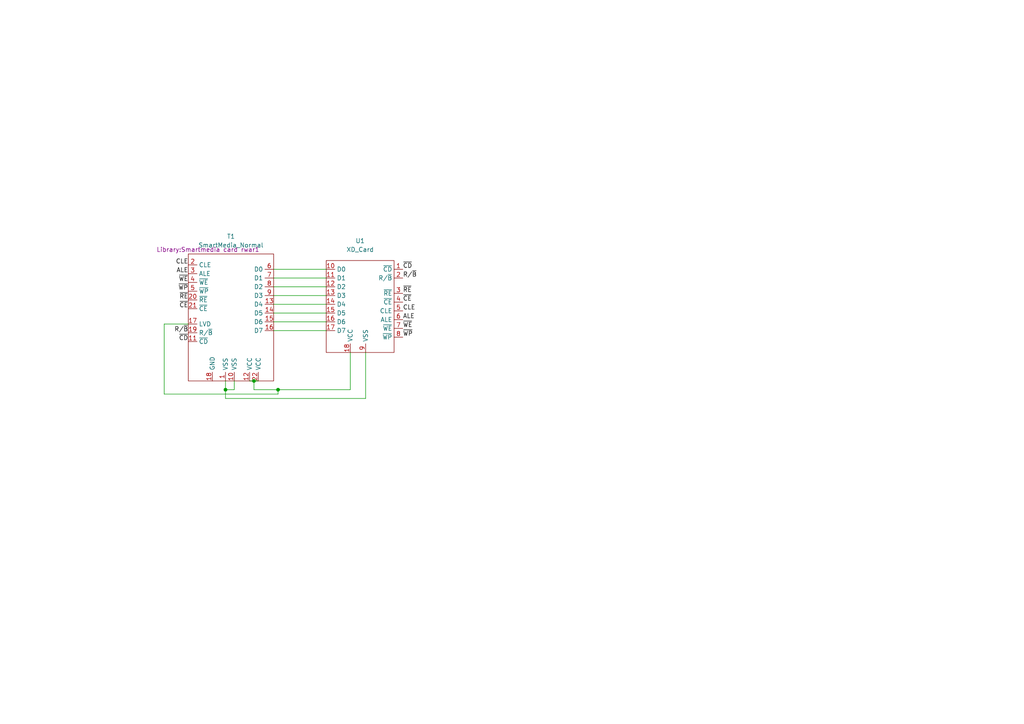
<source format=kicad_sch>
(kicad_sch (version 20211123) (generator eeschema)

  (uuid a8050d41-c678-4465-9a73-b56e8dcee36e)

  (paper "A4")

  (lib_symbols
    (symbol "New_Library:SmartMedia_Normal" (in_bom yes) (on_board yes)
      (property "Reference" "T" (id 0) (at 0 0 0)
        (effects (font (size 1.27 1.27)))
      )
      (property "Value" "SmartMedia_Normal" (id 1) (at 0 0 0)
        (effects (font (size 1.27 1.27)))
      )
      (property "Footprint" "" (id 2) (at 0 0 0)
        (effects (font (size 1.27 1.27)) hide)
      )
      (property "Datasheet" "" (id 3) (at 0 0 0)
        (effects (font (size 1.27 1.27)) hide)
      )
      (symbol "SmartMedia_Normal_0_1"
        (rectangle (start -5.715 -1.27) (end 19.05 -38.1)
          (stroke (width 0) (type default) (color 0 0 0 0))
          (fill (type none))
        )
      )
      (symbol "SmartMedia_Normal_1_1"
        (pin passive line (at 5.08 -38.1 90) (length 2.54)
          (name "VSS" (effects (font (size 1.27 1.27))))
          (number "1" (effects (font (size 1.27 1.27))))
        )
        (pin passive line (at 7.62 -38.1 90) (length 2.54)
          (name "VSS" (effects (font (size 1.27 1.27))))
          (number "10" (effects (font (size 1.27 1.27))))
        )
        (pin output line (at -5.715 -26.67 0) (length 2.54)
          (name "~{CD}" (effects (font (size 1.27 1.27))))
          (number "11" (effects (font (size 1.27 1.27))))
        )
        (pin power_in line (at 12.065 -38.1 90) (length 2.54)
          (name "VCC" (effects (font (size 1.27 1.27))))
          (number "12" (effects (font (size 1.27 1.27))))
        )
        (pin bidirectional line (at 19.05 -15.875 180) (length 2.54)
          (name "D4" (effects (font (size 1.27 1.27))))
          (number "13" (effects (font (size 1.27 1.27))))
        )
        (pin bidirectional line (at 19.05 -18.415 180) (length 2.54)
          (name "D5" (effects (font (size 1.27 1.27))))
          (number "14" (effects (font (size 1.27 1.27))))
        )
        (pin bidirectional line (at 19.05 -20.955 180) (length 2.54)
          (name "D6" (effects (font (size 1.27 1.27))))
          (number "15" (effects (font (size 1.27 1.27))))
        )
        (pin bidirectional line (at 19.05 -23.495 180) (length 2.54)
          (name "D7" (effects (font (size 1.27 1.27))))
          (number "16" (effects (font (size 1.27 1.27))))
        )
        (pin output line (at -5.715 -21.59 0) (length 2.54)
          (name "LVD" (effects (font (size 1.27 1.27))))
          (number "17" (effects (font (size 1.27 1.27))))
        )
        (pin power_in line (at 1.27 -38.1 90) (length 2.54)
          (name "GND" (effects (font (size 1.27 1.27))))
          (number "18" (effects (font (size 1.27 1.27))))
        )
        (pin output line (at -5.715 -24.13 0) (length 2.54)
          (name "R/~{B}" (effects (font (size 1.27 1.27))))
          (number "19" (effects (font (size 1.27 1.27))))
        )
        (pin input line (at -5.715 -4.445 0) (length 2.54)
          (name "CLE" (effects (font (size 1.27 1.27))))
          (number "2" (effects (font (size 1.27 1.27))))
        )
        (pin input line (at -5.715 -14.605 0) (length 2.54)
          (name "~{RE}" (effects (font (size 1.27 1.27))))
          (number "20" (effects (font (size 1.27 1.27))))
        )
        (pin input line (at -5.715 -17.145 0) (length 2.54)
          (name "~{CE}" (effects (font (size 1.27 1.27))))
          (number "21" (effects (font (size 1.27 1.27))))
        )
        (pin power_in line (at 14.605 -38.1 90) (length 2.54)
          (name "VCC" (effects (font (size 1.27 1.27))))
          (number "22" (effects (font (size 1.27 1.27))))
        )
        (pin input line (at -5.715 -6.985 0) (length 2.54)
          (name "ALE" (effects (font (size 1.27 1.27))))
          (number "3" (effects (font (size 1.27 1.27))))
        )
        (pin input line (at -5.715 -9.525 0) (length 2.54)
          (name "~{WE}" (effects (font (size 1.27 1.27))))
          (number "4" (effects (font (size 1.27 1.27))))
        )
        (pin input line (at -5.715 -12.065 0) (length 2.54)
          (name "~{WP}" (effects (font (size 1.27 1.27))))
          (number "5" (effects (font (size 1.27 1.27))))
        )
        (pin bidirectional line (at 19.05 -5.715 180) (length 2.54)
          (name "D0" (effects (font (size 1.27 1.27))))
          (number "6" (effects (font (size 1.27 1.27))))
        )
        (pin bidirectional line (at 19.05 -8.255 180) (length 2.54)
          (name "D1" (effects (font (size 1.27 1.27))))
          (number "7" (effects (font (size 1.27 1.27))))
        )
        (pin bidirectional line (at 19.05 -10.795 180) (length 2.54)
          (name "D2" (effects (font (size 1.27 1.27))))
          (number "8" (effects (font (size 1.27 1.27))))
        )
        (pin bidirectional line (at 19.05 -13.335 180) (length 2.54)
          (name "D3" (effects (font (size 1.27 1.27))))
          (number "9" (effects (font (size 1.27 1.27))))
        )
      )
    )
    (symbol "New_Library:XD_Card" (in_bom yes) (on_board yes)
      (property "Reference" "U" (id 0) (at 0 3.175 0)
        (effects (font (size 1.27 1.27)))
      )
      (property "Value" "XD_Card" (id 1) (at 0 0.635 0)
        (effects (font (size 1.27 1.27)))
      )
      (property "Footprint" "" (id 2) (at 0 0 0)
        (effects (font (size 1.27 1.27)) hide)
      )
      (property "Datasheet" "" (id 3) (at 0 0 0)
        (effects (font (size 1.27 1.27)) hide)
      )
      (symbol "XD_Card_0_1"
        (rectangle (start -10.16 -1.27) (end 9.525 -27.94)
          (stroke (width 0) (type default) (color 0 0 0 0))
          (fill (type none))
        )
      )
      (symbol "XD_Card_1_1"
        (pin output line (at -12.7 -3.81 0) (length 2.54)
          (name "~{CD}" (effects (font (size 1.27 1.27))))
          (number "1" (effects (font (size 1.27 1.27))))
        )
        (pin bidirectional line (at 9.525 -3.81 180) (length 2.54)
          (name "D0" (effects (font (size 1.27 1.27))))
          (number "10" (effects (font (size 1.27 1.27))))
        )
        (pin bidirectional line (at 9.525 -6.35 180) (length 2.54)
          (name "D1" (effects (font (size 1.27 1.27))))
          (number "11" (effects (font (size 1.27 1.27))))
        )
        (pin bidirectional line (at 9.525 -8.89 180) (length 2.54)
          (name "D2" (effects (font (size 1.27 1.27))))
          (number "12" (effects (font (size 1.27 1.27))))
        )
        (pin bidirectional line (at 9.525 -11.43 180) (length 2.54)
          (name "D3" (effects (font (size 1.27 1.27))))
          (number "13" (effects (font (size 1.27 1.27))))
        )
        (pin bidirectional line (at 9.525 -13.97 180) (length 2.54)
          (name "D4" (effects (font (size 1.27 1.27))))
          (number "14" (effects (font (size 1.27 1.27))))
        )
        (pin bidirectional line (at 9.525 -16.51 180) (length 2.54)
          (name "D5" (effects (font (size 1.27 1.27))))
          (number "15" (effects (font (size 1.27 1.27))))
        )
        (pin bidirectional line (at 9.525 -19.05 180) (length 2.54)
          (name "D6" (effects (font (size 1.27 1.27))))
          (number "16" (effects (font (size 1.27 1.27))))
        )
        (pin bidirectional line (at 9.525 -21.59 180) (length 2.54)
          (name "D7" (effects (font (size 1.27 1.27))))
          (number "17" (effects (font (size 1.27 1.27))))
        )
        (pin power_in line (at 2.54 -27.94 90) (length 2.54)
          (name "VCC" (effects (font (size 1.27 1.27))))
          (number "18" (effects (font (size 1.27 1.27))))
        )
        (pin output line (at -12.7 -6.35 0) (length 2.54)
          (name "R/~{B}" (effects (font (size 1.27 1.27))))
          (number "2" (effects (font (size 1.27 1.27))))
        )
        (pin input line (at -12.7 -10.795 0) (length 2.54)
          (name "~{RE}" (effects (font (size 1.27 1.27))))
          (number "3" (effects (font (size 1.27 1.27))))
        )
        (pin input line (at -12.7 -13.335 0) (length 2.54)
          (name "~{CE}" (effects (font (size 1.27 1.27))))
          (number "4" (effects (font (size 1.27 1.27))))
        )
        (pin input line (at -12.7 -15.875 0) (length 2.54)
          (name "CLE" (effects (font (size 1.27 1.27))))
          (number "5" (effects (font (size 1.27 1.27))))
        )
        (pin input line (at -12.7 -18.415 0) (length 2.54)
          (name "ALE" (effects (font (size 1.27 1.27))))
          (number "6" (effects (font (size 1.27 1.27))))
        )
        (pin input line (at -12.7 -20.955 0) (length 2.54)
          (name "~{WE}" (effects (font (size 1.27 1.27))))
          (number "7" (effects (font (size 1.27 1.27))))
        )
        (pin input line (at -12.7 -23.495 0) (length 2.54)
          (name "~{WP}" (effects (font (size 1.27 1.27))))
          (number "8" (effects (font (size 1.27 1.27))))
        )
        (pin passive line (at -1.905 -27.94 90) (length 2.54)
          (name "VSS" (effects (font (size 1.27 1.27))))
          (number "9" (effects (font (size 1.27 1.27))))
        )
      )
    )
  )

  (junction (at 73.66 110.49) (diameter 0) (color 0 0 0 0)
    (uuid 0c351225-3f90-471c-a35b-357c913adb62)
  )
  (junction (at 65.405 113.03) (diameter 0) (color 0 0 0 0)
    (uuid 1c9f5df0-99e4-4570-b570-3fb879c7b900)
  )
  (junction (at 80.645 113.03) (diameter 0) (color 0 0 0 0)
    (uuid f4af880f-62ed-426b-bd3e-e099fa389884)
  )

  (wire (pts (xy 47.625 114.3) (xy 80.645 114.3))
    (stroke (width 0) (type default) (color 0 0 0 0))
    (uuid 050127d1-8baf-4347-bed3-1473e2eedbdb)
  )
  (wire (pts (xy 65.405 113.03) (xy 67.945 113.03))
    (stroke (width 0) (type default) (color 0 0 0 0))
    (uuid 0618144e-9a54-4283-999f-1804a8e26c54)
  )
  (wire (pts (xy 67.945 113.03) (xy 67.945 110.49))
    (stroke (width 0) (type default) (color 0 0 0 0))
    (uuid 0a0a2333-be6f-42b2-9d92-41e8df58c0c8)
  )
  (wire (pts (xy 94.615 78.105) (xy 79.375 78.105))
    (stroke (width 0) (type default) (color 0 0 0 0))
    (uuid 1765c26e-bfae-4202-a49e-c719af9bd7cb)
  )
  (wire (pts (xy 54.61 93.98) (xy 47.625 93.98))
    (stroke (width 0) (type default) (color 0 0 0 0))
    (uuid 20524ebe-7eee-4397-9fb7-357c818cba5c)
  )
  (wire (pts (xy 73.66 113.03) (xy 80.645 113.03))
    (stroke (width 0) (type default) (color 0 0 0 0))
    (uuid 222af334-f13b-4de9-b000-58bf80992fb1)
  )
  (wire (pts (xy 47.625 93.98) (xy 47.625 114.3))
    (stroke (width 0) (type default) (color 0 0 0 0))
    (uuid 24cc2c6a-6c22-4f8f-8e77-bc75e5f40e98)
  )
  (wire (pts (xy 73.66 110.49) (xy 74.93 110.49))
    (stroke (width 0) (type default) (color 0 0 0 0))
    (uuid 3b57fbe2-3040-49a9-bce7-18c67f7c6273)
  )
  (wire (pts (xy 94.615 80.645) (xy 79.375 80.645))
    (stroke (width 0) (type default) (color 0 0 0 0))
    (uuid 3e028abd-406f-478c-b396-71ff5b992f00)
  )
  (wire (pts (xy 65.405 115.57) (xy 65.405 113.03))
    (stroke (width 0) (type default) (color 0 0 0 0))
    (uuid 58511366-6d67-46ec-8dad-4d6d341b6d40)
  )
  (wire (pts (xy 73.66 110.49) (xy 72.39 110.49))
    (stroke (width 0) (type default) (color 0 0 0 0))
    (uuid 7b273f4c-dcd3-4384-b1f6-a55d4fefbbe4)
  )
  (wire (pts (xy 94.615 95.885) (xy 79.375 95.885))
    (stroke (width 0) (type default) (color 0 0 0 0))
    (uuid 7f67ba17-9ca3-4f43-baa4-4df441b3ebc0)
  )
  (wire (pts (xy 65.405 113.03) (xy 65.405 110.49))
    (stroke (width 0) (type default) (color 0 0 0 0))
    (uuid 94a27274-3219-415e-a0e8-1d7b99268f1d)
  )
  (wire (pts (xy 101.6 113.03) (xy 101.6 102.235))
    (stroke (width 0) (type default) (color 0 0 0 0))
    (uuid 98f3b989-bbca-49ea-9dd4-821be5cd5e1a)
  )
  (wire (pts (xy 80.645 114.3) (xy 80.645 113.03))
    (stroke (width 0) (type default) (color 0 0 0 0))
    (uuid 9a9d597d-a793-49cb-b15c-f232cc8023bb)
  )
  (wire (pts (xy 94.615 83.185) (xy 79.375 83.185))
    (stroke (width 0) (type default) (color 0 0 0 0))
    (uuid 9c57af2b-3abc-4b92-bdbe-778d8e5e33b1)
  )
  (wire (pts (xy 94.615 90.805) (xy 79.375 90.805))
    (stroke (width 0) (type default) (color 0 0 0 0))
    (uuid aa803950-0f85-4885-ab29-da3c40595bc3)
  )
  (wire (pts (xy 80.645 113.03) (xy 101.6 113.03))
    (stroke (width 0) (type default) (color 0 0 0 0))
    (uuid bf5fc54f-ccfe-4bd6-b112-5e1a61fad69c)
  )
  (wire (pts (xy 106.045 102.235) (xy 106.045 115.57))
    (stroke (width 0) (type default) (color 0 0 0 0))
    (uuid c02f7e00-bb43-4c02-b4f0-527ee140cc53)
  )
  (wire (pts (xy 94.615 85.725) (xy 79.375 85.725))
    (stroke (width 0) (type default) (color 0 0 0 0))
    (uuid d743a361-1c9b-47dc-93e8-266eb75838aa)
  )
  (wire (pts (xy 106.045 115.57) (xy 65.405 115.57))
    (stroke (width 0) (type default) (color 0 0 0 0))
    (uuid daf397db-4606-4590-be77-d14528633e0d)
  )
  (wire (pts (xy 94.615 93.345) (xy 79.375 93.345))
    (stroke (width 0) (type default) (color 0 0 0 0))
    (uuid de280433-49de-43fa-bd52-e6335a20478f)
  )
  (wire (pts (xy 73.66 113.03) (xy 73.66 110.49))
    (stroke (width 0) (type default) (color 0 0 0 0))
    (uuid e49d4973-dad9-4b5d-895d-c255c41229cf)
  )
  (wire (pts (xy 94.615 88.265) (xy 79.375 88.265))
    (stroke (width 0) (type default) (color 0 0 0 0))
    (uuid f90ed76b-e5d9-4ccc-ae34-91aced0c9c06)
  )

  (label "CLE" (at 54.61 76.835 180)
    (effects (font (size 1.27 1.27)) (justify right bottom))
    (uuid 2deb991d-f1fb-4764-9ccd-b8a3b7d8f670)
  )
  (label "~{CD}" (at 116.84 78.105 0)
    (effects (font (size 1.27 1.27)) (justify left bottom))
    (uuid 321feaa8-9033-4f19-9df9-4d462b0b2a3b)
  )
  (label "R{slash}~{B}" (at 116.84 80.645 0)
    (effects (font (size 1.27 1.27)) (justify left bottom))
    (uuid 36d3280c-d67d-4c8e-817b-ffbaecdc9600)
  )
  (label "~{CD}" (at 54.61 99.06 180)
    (effects (font (size 1.27 1.27)) (justify right bottom))
    (uuid 47add7cf-a2fb-49ea-82f0-dbc2d7142ea3)
  )
  (label "~{CE}" (at 54.61 89.535 180)
    (effects (font (size 1.27 1.27)) (justify right bottom))
    (uuid 68fb2e9c-ecd9-44ca-bef0-9128a24861d0)
  )
  (label "~{WP}" (at 116.84 97.79 0)
    (effects (font (size 1.27 1.27)) (justify left bottom))
    (uuid 9a63e142-5e1c-4e69-b664-06ce74d153f7)
  )
  (label "~{CE}" (at 116.84 87.63 0)
    (effects (font (size 1.27 1.27)) (justify left bottom))
    (uuid 9f11b361-6c6a-474f-974d-1de682724618)
  )
  (label "~{RE}" (at 54.61 86.995 180)
    (effects (font (size 1.27 1.27)) (justify right bottom))
    (uuid a56b9ea3-2fe1-4865-becb-cc51a45a5346)
  )
  (label "ALE" (at 54.61 79.375 180)
    (effects (font (size 1.27 1.27)) (justify right bottom))
    (uuid ca15f981-5af8-4ee9-93c3-d04487829f04)
  )
  (label "CLE" (at 116.84 90.17 0)
    (effects (font (size 1.27 1.27)) (justify left bottom))
    (uuid e4f98bfc-afd1-4301-a288-d04bc8e40ce5)
  )
  (label "~{WE}" (at 54.61 81.915 180)
    (effects (font (size 1.27 1.27)) (justify right bottom))
    (uuid ec343e8f-c4cd-4bcd-9f3f-eef0f2ec6bed)
  )
  (label "ALE" (at 116.84 92.71 0)
    (effects (font (size 1.27 1.27)) (justify left bottom))
    (uuid ec80ba30-44b2-458c-a818-d72bc65a2b09)
  )
  (label "R{slash}~{B}" (at 54.61 96.52 180)
    (effects (font (size 1.27 1.27)) (justify right bottom))
    (uuid f1d9961b-69e4-4d46-961f-272e4aeecdab)
  )
  (label "~{RE}" (at 116.84 85.09 0)
    (effects (font (size 1.27 1.27)) (justify left bottom))
    (uuid f40d3c2e-57f8-46e4-95b8-8ca20b4c5393)
  )
  (label "~{WE}" (at 116.84 95.25 0)
    (effects (font (size 1.27 1.27)) (justify left bottom))
    (uuid f889a294-ed85-4798-9d48-213cbd5f2427)
  )
  (label "~{WP}" (at 54.61 84.455 180)
    (effects (font (size 1.27 1.27)) (justify right bottom))
    (uuid fc2f0762-5d63-4d52-90f2-40c53fa0f927)
  )

  (symbol (lib_id "New_Library:XD_Card") (at 104.14 74.295 0) (mirror y) (unit 1)
    (in_bom yes) (on_board yes) (fields_autoplaced)
    (uuid 05686dbf-2141-4c37-b5f9-2dee622e48a7)
    (property "Reference" "U1" (id 0) (at 104.4575 69.85 0))
    (property "Value" "XD_Card" (id 1) (at 104.4575 72.39 0))
    (property "Footprint" "Library:tempthing" (id 2) (at 104.14 74.295 0)
      (effects (font (size 1.27 1.27)) hide)
    )
    (property "Datasheet" "" (id 3) (at 104.14 74.295 0)
      (effects (font (size 1.27 1.27)) hide)
    )
    (pin "1" (uuid 5fb58dd7-4b82-41de-b278-2e9e5ef0f8af))
    (pin "10" (uuid 260d2cb5-33a4-46fd-9f28-857f8c06a939))
    (pin "11" (uuid ea38190b-e844-4c5d-953c-7a7c3ac9de28))
    (pin "12" (uuid fe5bd801-78b3-4e72-ab20-30101094fa1e))
    (pin "13" (uuid 52d5f8a0-d2f3-4005-bbee-c4cf1af2de37))
    (pin "14" (uuid 3fc55483-6769-48f6-b65e-2afdf33275d2))
    (pin "15" (uuid 3dcb782b-b7fe-4e5d-9bd1-6901e6eaf9be))
    (pin "16" (uuid fe3ddaed-74e7-415f-bd38-e60c5eacc168))
    (pin "17" (uuid d50c5205-ee17-41f5-9f4e-605d82700c4e))
    (pin "18" (uuid e6e14f41-fcf5-4241-baa4-c4af07c7c76f))
    (pin "2" (uuid d5986e05-3383-4f63-9681-17e6a1ec26d9))
    (pin "3" (uuid ea4cc4e5-cb23-4852-83ac-4011c40cb41e))
    (pin "4" (uuid cfff5ade-3103-4dfd-839e-a6891e5b1ee0))
    (pin "5" (uuid 203f4406-08a1-489f-a722-e955d424b924))
    (pin "6" (uuid 7b426d3a-f1f1-4390-87e0-0b27ad7528c4))
    (pin "7" (uuid 558623a0-79f8-44d1-9330-2a86ebae1671))
    (pin "8" (uuid f0269f91-1190-479d-ac54-9b1497e9197b))
    (pin "9" (uuid e8c0857f-ce19-4473-94be-160cda234bb4))
  )

  (symbol (lib_id "New_Library:SmartMedia_Normal") (at 60.325 72.39 0) (unit 1)
    (in_bom yes) (on_board yes) (fields_autoplaced)
    (uuid c9e1afdf-ab8f-4b6c-99ee-8f38cfe881d0)
    (property "Reference" "T1" (id 0) (at 66.9925 68.58 0))
    (property "Value" "SmartMedia_Normal" (id 1) (at 66.9925 71.12 0))
    (property "Footprint" "Library:Smartmedia card rwar1" (id 2) (at 60.325 72.39 0))
    (property "Datasheet" "" (id 3) (at 60.325 72.39 0)
      (effects (font (size 1.27 1.27)) hide)
    )
    (pin "1" (uuid 8344dfb2-7f42-41ed-beb9-2aaaefed1392))
    (pin "10" (uuid 92504b45-dfa7-47cb-82fa-27a57364c484))
    (pin "11" (uuid 9a0cc753-e36c-4e1a-b5d3-a6e4e4da1daa))
    (pin "12" (uuid e4e54751-da32-43f1-92b4-23e20b4dc224))
    (pin "13" (uuid aed1a72f-2527-4c46-9968-8b6d4554a8c6))
    (pin "14" (uuid 1f848f41-60be-45cb-961a-5c0992c1af88))
    (pin "15" (uuid 67f8d107-792a-4edc-a419-6fb1cb2679cd))
    (pin "16" (uuid d239ba45-8452-43bf-9180-47ba3afef396))
    (pin "17" (uuid b11e3c3e-bb75-473d-ac39-8b9361e14853))
    (pin "18" (uuid 273879e5-f319-4137-b650-d00f24e74626))
    (pin "19" (uuid 5c2ff3b4-6945-48dc-87fc-dcb7ffe49230))
    (pin "2" (uuid 08a5a672-fdf9-4f4c-a477-adbe20634464))
    (pin "20" (uuid f15bb315-48f7-47b7-8558-930eff0f066c))
    (pin "21" (uuid 6d3a65e2-fd43-4b5c-be1d-901a2f6e5957))
    (pin "22" (uuid 7c9166a0-6191-4b91-848d-8cb56a50dfe3))
    (pin "3" (uuid 853acc10-ba4a-4682-a907-c3d8b1649a43))
    (pin "4" (uuid 33be9232-eebd-40e0-bba2-55874b6ef0f7))
    (pin "5" (uuid 7c680da3-5bee-43a7-a0f5-2d56030163e7))
    (pin "6" (uuid 6b0c9e9f-acf4-4185-a57e-597d2e415d2a))
    (pin "7" (uuid da2f45ff-278c-4938-87dc-ef2d01bebf50))
    (pin "8" (uuid 665edbfe-4ebe-4979-a1ba-1aa063690ab2))
    (pin "9" (uuid 6edc8a50-e08a-45a9-bb9f-15d72042b7a6))
  )

  (sheet_instances
    (path "/" (page "1"))
  )

  (symbol_instances
    (path "/c9e1afdf-ab8f-4b6c-99ee-8f38cfe881d0"
      (reference "T1") (unit 1) (value "SmartMedia_Normal") (footprint "Library:Smartmedia card rwar1")
    )
    (path "/05686dbf-2141-4c37-b5f9-2dee622e48a7"
      (reference "U1") (unit 1) (value "XD_Card") (footprint "Library:tempthing")
    )
  )
)

</source>
